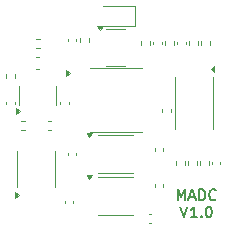
<source format=gbr>
G04 #@! TF.GenerationSoftware,KiCad,Pcbnew,9.0.3*
G04 #@! TF.CreationDate,2025-08-06T23:44:27+02:00*
G04 #@! TF.ProjectId,MADC,4d414443-2e6b-4696-9361-645f70636258,rev?*
G04 #@! TF.SameCoordinates,Original*
G04 #@! TF.FileFunction,Legend,Top*
G04 #@! TF.FilePolarity,Positive*
%FSLAX46Y46*%
G04 Gerber Fmt 4.6, Leading zero omitted, Abs format (unit mm)*
G04 Created by KiCad (PCBNEW 9.0.3) date 2025-08-06 23:44:27*
%MOMM*%
%LPD*%
G01*
G04 APERTURE LIST*
%ADD10C,0.200000*%
%ADD11C,0.120000*%
G04 APERTURE END LIST*
D10*
X149036285Y-99776507D02*
X149036285Y-98876507D01*
X149036285Y-98876507D02*
X149336285Y-99519364D01*
X149336285Y-99519364D02*
X149636285Y-98876507D01*
X149636285Y-98876507D02*
X149636285Y-99776507D01*
X150021999Y-99519364D02*
X150450571Y-99519364D01*
X149936285Y-99776507D02*
X150236285Y-98876507D01*
X150236285Y-98876507D02*
X150536285Y-99776507D01*
X150836285Y-99776507D02*
X150836285Y-98876507D01*
X150836285Y-98876507D02*
X151050571Y-98876507D01*
X151050571Y-98876507D02*
X151179142Y-98919364D01*
X151179142Y-98919364D02*
X151264857Y-99005078D01*
X151264857Y-99005078D02*
X151307714Y-99090792D01*
X151307714Y-99090792D02*
X151350571Y-99262221D01*
X151350571Y-99262221D02*
X151350571Y-99390792D01*
X151350571Y-99390792D02*
X151307714Y-99562221D01*
X151307714Y-99562221D02*
X151264857Y-99647935D01*
X151264857Y-99647935D02*
X151179142Y-99733650D01*
X151179142Y-99733650D02*
X151050571Y-99776507D01*
X151050571Y-99776507D02*
X150836285Y-99776507D01*
X152250571Y-99690792D02*
X152207714Y-99733650D01*
X152207714Y-99733650D02*
X152079142Y-99776507D01*
X152079142Y-99776507D02*
X151993428Y-99776507D01*
X151993428Y-99776507D02*
X151864857Y-99733650D01*
X151864857Y-99733650D02*
X151779142Y-99647935D01*
X151779142Y-99647935D02*
X151736285Y-99562221D01*
X151736285Y-99562221D02*
X151693428Y-99390792D01*
X151693428Y-99390792D02*
X151693428Y-99262221D01*
X151693428Y-99262221D02*
X151736285Y-99090792D01*
X151736285Y-99090792D02*
X151779142Y-99005078D01*
X151779142Y-99005078D02*
X151864857Y-98919364D01*
X151864857Y-98919364D02*
X151993428Y-98876507D01*
X151993428Y-98876507D02*
X152079142Y-98876507D01*
X152079142Y-98876507D02*
X152207714Y-98919364D01*
X152207714Y-98919364D02*
X152250571Y-98962221D01*
X149250571Y-100325457D02*
X149550571Y-101225457D01*
X149550571Y-101225457D02*
X149850571Y-100325457D01*
X150622000Y-101225457D02*
X150107714Y-101225457D01*
X150364857Y-101225457D02*
X150364857Y-100325457D01*
X150364857Y-100325457D02*
X150279143Y-100454028D01*
X150279143Y-100454028D02*
X150193428Y-100539742D01*
X150193428Y-100539742D02*
X150107714Y-100582600D01*
X151007714Y-101139742D02*
X151050571Y-101182600D01*
X151050571Y-101182600D02*
X151007714Y-101225457D01*
X151007714Y-101225457D02*
X150964857Y-101182600D01*
X150964857Y-101182600D02*
X151007714Y-101139742D01*
X151007714Y-101139742D02*
X151007714Y-101225457D01*
X151607714Y-100325457D02*
X151693428Y-100325457D01*
X151693428Y-100325457D02*
X151779142Y-100368314D01*
X151779142Y-100368314D02*
X151822000Y-100411171D01*
X151822000Y-100411171D02*
X151864857Y-100496885D01*
X151864857Y-100496885D02*
X151907714Y-100668314D01*
X151907714Y-100668314D02*
X151907714Y-100882600D01*
X151907714Y-100882600D02*
X151864857Y-101054028D01*
X151864857Y-101054028D02*
X151822000Y-101139742D01*
X151822000Y-101139742D02*
X151779142Y-101182600D01*
X151779142Y-101182600D02*
X151693428Y-101225457D01*
X151693428Y-101225457D02*
X151607714Y-101225457D01*
X151607714Y-101225457D02*
X151522000Y-101182600D01*
X151522000Y-101182600D02*
X151479142Y-101139742D01*
X151479142Y-101139742D02*
X151436285Y-101054028D01*
X151436285Y-101054028D02*
X151393428Y-100882600D01*
X151393428Y-100882600D02*
X151393428Y-100668314D01*
X151393428Y-100668314D02*
X151436285Y-100496885D01*
X151436285Y-100496885D02*
X151479142Y-100411171D01*
X151479142Y-100411171D02*
X151522000Y-100368314D01*
X151522000Y-100368314D02*
X151607714Y-100325457D01*
D11*
G04 #@! TO.C,C6*
X134514000Y-91682835D02*
X134514000Y-91451165D01*
X135234000Y-91682835D02*
X135234000Y-91451165D01*
G04 #@! TO.C,D1*
X145374000Y-83351000D02*
X142714000Y-83351000D01*
X145374000Y-85051000D02*
X142714000Y-85051000D01*
X145374000Y-85051000D02*
X145374000Y-83351000D01*
G04 #@! TO.C,R12*
X149861000Y-96814621D02*
X149861000Y-96479379D01*
X150621000Y-96814621D02*
X150621000Y-96479379D01*
G04 #@! TO.C,R2*
X136057621Y-93092000D02*
X135722379Y-93092000D01*
X136057621Y-93852000D02*
X135722379Y-93852000D01*
G04 #@! TO.C,C15*
X148992000Y-86602835D02*
X148992000Y-86371165D01*
X149712000Y-86602835D02*
X149712000Y-86371165D01*
G04 #@! TO.C,U6*
X148758000Y-91563500D02*
X148758000Y-89363500D01*
X148758000Y-91563500D02*
X148758000Y-93763500D01*
X151978000Y-91563500D02*
X151978000Y-89363500D01*
X151978000Y-91563500D02*
X151978000Y-93763500D01*
X152133000Y-88903500D02*
X151803000Y-88663500D01*
X152133000Y-88423500D01*
X152133000Y-88903500D01*
G36*
X152133000Y-88903500D02*
G01*
X151803000Y-88663500D01*
X152133000Y-88423500D01*
X152133000Y-88903500D01*
G37*
G04 #@! TO.C,C7*
X138291835Y-93112000D02*
X138060165Y-93112000D01*
X138291835Y-93832000D02*
X138060165Y-93832000D01*
G04 #@! TO.C,R11*
X148845000Y-96814621D02*
X148845000Y-96479379D01*
X149605000Y-96814621D02*
X149605000Y-96479379D01*
G04 #@! TO.C,R9*
X147956000Y-86654621D02*
X147956000Y-86319379D01*
X148716000Y-86654621D02*
X148716000Y-86319379D01*
G04 #@! TO.C,C8*
X137300580Y-87628000D02*
X137019420Y-87628000D01*
X137300580Y-88648000D02*
X137019420Y-88648000D01*
G04 #@! TO.C,C11*
X139086000Y-91682835D02*
X139086000Y-91451165D01*
X139806000Y-91682835D02*
X139806000Y-91451165D01*
G04 #@! TO.C,C16*
X151913000Y-96762835D02*
X151913000Y-96531165D01*
X152633000Y-96762835D02*
X152633000Y-96531165D01*
G04 #@! TO.C,C12*
X146960000Y-86602835D02*
X146960000Y-86371165D01*
X147680000Y-86602835D02*
X147680000Y-86371165D01*
G04 #@! TO.C,C1*
X147722000Y-92317835D02*
X147722000Y-92086165D01*
X148442000Y-92317835D02*
X148442000Y-92086165D01*
G04 #@! TO.C,C4*
X139467000Y-99833165D02*
X139467000Y-100064835D01*
X140187000Y-99833165D02*
X140187000Y-100064835D01*
G04 #@! TO.C,R10*
X150877000Y-96479379D02*
X150877000Y-96814621D01*
X151637000Y-96479379D02*
X151637000Y-96814621D01*
G04 #@! TO.C,R8*
X151004000Y-86319379D02*
X151004000Y-86654621D01*
X151764000Y-86319379D02*
X151764000Y-86654621D01*
G04 #@! TO.C,C2*
X146800835Y-100986000D02*
X146569165Y-100986000D01*
X146800835Y-101706000D02*
X146569165Y-101706000D01*
G04 #@! TO.C,U4*
X135600000Y-90932000D02*
X135600000Y-90132000D01*
X135600000Y-90932000D02*
X135600000Y-91732000D01*
X138720000Y-90932000D02*
X138720000Y-90132000D01*
X138720000Y-90932000D02*
X138720000Y-91732000D01*
X135650000Y-92232000D02*
X135320000Y-92472000D01*
X135320000Y-91992000D01*
X135650000Y-92232000D01*
G36*
X135650000Y-92232000D02*
G01*
X135320000Y-92472000D01*
X135320000Y-91992000D01*
X135650000Y-92232000D01*
G37*
G04 #@! TO.C,U1*
X143764000Y-88574500D02*
X141564000Y-88574500D01*
X143764000Y-88574500D02*
X145964000Y-88574500D01*
X143764000Y-94044500D02*
X141564000Y-94044500D01*
X143764000Y-94044500D02*
X145964000Y-94044500D01*
X139904000Y-89034500D02*
X139574000Y-89274500D01*
X139574000Y-88794500D01*
X139904000Y-89034500D01*
G36*
X139904000Y-89034500D02*
G01*
X139574000Y-89274500D01*
X139574000Y-88794500D01*
X139904000Y-89034500D01*
G37*
G04 #@! TO.C,U3*
X143764000Y-94275000D02*
X142264000Y-94275000D01*
X143764000Y-94275000D02*
X145264000Y-94275000D01*
X143764000Y-97495000D02*
X142264000Y-97495000D01*
X143764000Y-97495000D02*
X145264000Y-97495000D01*
X141551500Y-94400000D02*
X141311500Y-94070000D01*
X141791500Y-94070000D01*
X141551500Y-94400000D01*
G36*
X141551500Y-94400000D02*
G01*
X141311500Y-94070000D01*
X141791500Y-94070000D01*
X141551500Y-94400000D01*
G37*
G04 #@! TO.C,C13*
X139721000Y-86113665D02*
X139721000Y-86345335D01*
X140441000Y-86113665D02*
X140441000Y-86345335D01*
G04 #@! TO.C,C3*
X147087000Y-95616335D02*
X147087000Y-95384665D01*
X147807000Y-95616335D02*
X147807000Y-95384665D01*
G04 #@! TO.C,U5*
X143764000Y-85308000D02*
X142964000Y-85308000D01*
X143764000Y-85308000D02*
X144564000Y-85308000D01*
X143764000Y-88428000D02*
X142964000Y-88428000D01*
X143764000Y-88428000D02*
X144564000Y-88428000D01*
X142464000Y-85358000D02*
X142224000Y-85028000D01*
X142704000Y-85028000D01*
X142464000Y-85358000D01*
G36*
X142464000Y-85358000D02*
G01*
X142224000Y-85028000D01*
X142704000Y-85028000D01*
X142464000Y-85358000D01*
G37*
G04 #@! TO.C,R3*
X136992379Y-86107000D02*
X137327621Y-86107000D01*
X136992379Y-86867000D02*
X137327621Y-86867000D01*
G04 #@! TO.C,C9*
X139721000Y-95769165D02*
X139721000Y-96000835D01*
X140441000Y-95769165D02*
X140441000Y-96000835D01*
G04 #@! TO.C,RN3*
X135423000Y-97155000D02*
X135423000Y-95655000D01*
X135423000Y-97155000D02*
X135423000Y-98655000D01*
X138643000Y-97155000D02*
X138643000Y-95655000D01*
X138643000Y-97155000D02*
X138643000Y-98655000D01*
X135598000Y-99342500D02*
X135268000Y-99582500D01*
X135268000Y-99102500D01*
X135598000Y-99342500D01*
G36*
X135598000Y-99342500D02*
G01*
X135268000Y-99582500D01*
X135268000Y-99102500D01*
X135598000Y-99342500D01*
G37*
G04 #@! TO.C,R1*
X134494000Y-89116879D02*
X134494000Y-89452121D01*
X135254000Y-89116879D02*
X135254000Y-89452121D01*
G04 #@! TO.C,R7*
X149988000Y-86654621D02*
X149988000Y-86319379D01*
X150748000Y-86654621D02*
X150748000Y-86319379D01*
G04 #@! TO.C,C10*
X147087000Y-98436165D02*
X147087000Y-98667835D01*
X147807000Y-98436165D02*
X147807000Y-98667835D01*
G04 #@! TO.C,U2*
X143764000Y-97827500D02*
X142264000Y-97827500D01*
X143764000Y-97827500D02*
X145264000Y-97827500D01*
X143764000Y-101047500D02*
X142264000Y-101047500D01*
X143764000Y-101047500D02*
X145264000Y-101047500D01*
X141551500Y-98002500D02*
X141311500Y-97672500D01*
X141791500Y-97672500D01*
X141551500Y-98002500D01*
G36*
X141551500Y-98002500D02*
G01*
X141311500Y-97672500D01*
X141791500Y-97672500D01*
X141551500Y-98002500D01*
G37*
G04 #@! TO.C,R5*
X145924000Y-86654621D02*
X145924000Y-86319379D01*
X146684000Y-86654621D02*
X146684000Y-86319379D01*
G04 #@! TO.C,R6*
X140717000Y-86397121D02*
X140717000Y-86061879D01*
X141477000Y-86397121D02*
X141477000Y-86061879D01*
G04 #@! TD*
M02*

</source>
